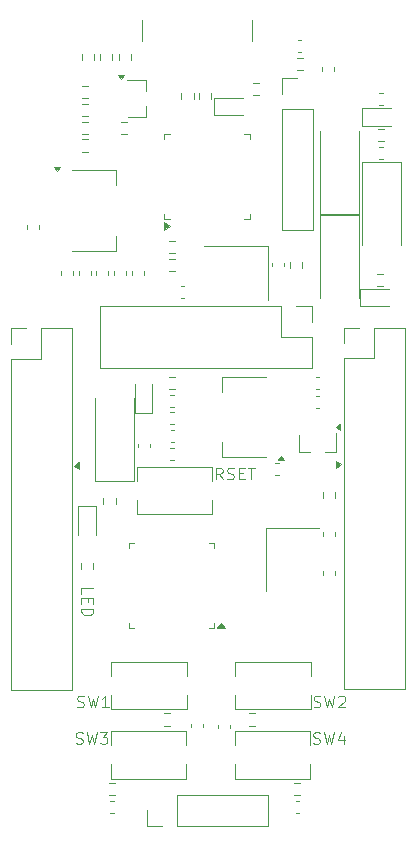
<source format=gbr>
%TF.GenerationSoftware,KiCad,Pcbnew,8.0.3*%
%TF.CreationDate,2024-07-17T15:49:10+08:00*%
%TF.ProjectId,STM32G431C8T6,53544d33-3247-4343-9331-433854362e6b,rev?*%
%TF.SameCoordinates,PXb5c5340PY81b3200*%
%TF.FileFunction,Legend,Top*%
%TF.FilePolarity,Positive*%
%FSLAX45Y45*%
G04 Gerber Fmt 4.5, Leading zero omitted, Abs format (unit mm)*
G04 Created by KiCad (PCBNEW 8.0.3) date 2024-07-17 15:49:10*
%MOMM*%
%LPD*%
G01*
G04 APERTURE LIST*
%ADD10C,0.100000*%
%ADD11C,0.120000*%
G04 APERTURE END LIST*
D10*
X692758Y2561993D02*
X692758Y2609612D01*
X692758Y2609612D02*
X792758Y2609612D01*
X745139Y2528659D02*
X745139Y2495326D01*
X692758Y2481040D02*
X692758Y2528659D01*
X692758Y2528659D02*
X792758Y2528659D01*
X792758Y2528659D02*
X792758Y2481040D01*
X692758Y2438183D02*
X792758Y2438183D01*
X792758Y2438183D02*
X792758Y2414374D01*
X792758Y2414374D02*
X787996Y2400088D01*
X787996Y2400088D02*
X778472Y2390564D01*
X778472Y2390564D02*
X768948Y2385802D01*
X768948Y2385802D02*
X749901Y2381040D01*
X749901Y2381040D02*
X735615Y2381040D01*
X735615Y2381040D02*
X716568Y2385802D01*
X716568Y2385802D02*
X707044Y2390564D01*
X707044Y2390564D02*
X697520Y2400088D01*
X697520Y2400088D02*
X692758Y2414374D01*
X692758Y2414374D02*
X692758Y2438183D01*
X1887531Y3532758D02*
X1854198Y3580377D01*
X1830388Y3532758D02*
X1830388Y3632758D01*
X1830388Y3632758D02*
X1868484Y3632758D01*
X1868484Y3632758D02*
X1878007Y3627996D01*
X1878007Y3627996D02*
X1882769Y3623234D01*
X1882769Y3623234D02*
X1887531Y3613710D01*
X1887531Y3613710D02*
X1887531Y3599425D01*
X1887531Y3599425D02*
X1882769Y3589901D01*
X1882769Y3589901D02*
X1878007Y3585139D01*
X1878007Y3585139D02*
X1868484Y3580377D01*
X1868484Y3580377D02*
X1830388Y3580377D01*
X1925626Y3537520D02*
X1939912Y3532758D01*
X1939912Y3532758D02*
X1963722Y3532758D01*
X1963722Y3532758D02*
X1973245Y3537520D01*
X1973245Y3537520D02*
X1978007Y3542282D01*
X1978007Y3542282D02*
X1982769Y3551806D01*
X1982769Y3551806D02*
X1982769Y3561330D01*
X1982769Y3561330D02*
X1978007Y3570853D01*
X1978007Y3570853D02*
X1973245Y3575615D01*
X1973245Y3575615D02*
X1963722Y3580377D01*
X1963722Y3580377D02*
X1944674Y3585139D01*
X1944674Y3585139D02*
X1935150Y3589901D01*
X1935150Y3589901D02*
X1930388Y3594663D01*
X1930388Y3594663D02*
X1925626Y3604187D01*
X1925626Y3604187D02*
X1925626Y3613710D01*
X1925626Y3613710D02*
X1930388Y3623234D01*
X1930388Y3623234D02*
X1935150Y3627996D01*
X1935150Y3627996D02*
X1944674Y3632758D01*
X1944674Y3632758D02*
X1968484Y3632758D01*
X1968484Y3632758D02*
X1982769Y3627996D01*
X2025626Y3585139D02*
X2058960Y3585139D01*
X2073245Y3532758D02*
X2025626Y3532758D01*
X2025626Y3532758D02*
X2025626Y3632758D01*
X2025626Y3632758D02*
X2073245Y3632758D01*
X2101817Y3632758D02*
X2158960Y3632758D01*
X2130388Y3532758D02*
X2130388Y3632758D01*
X2655627Y1297520D02*
X2669912Y1292758D01*
X2669912Y1292758D02*
X2693722Y1292758D01*
X2693722Y1292758D02*
X2703246Y1297520D01*
X2703246Y1297520D02*
X2708007Y1302282D01*
X2708007Y1302282D02*
X2712769Y1311806D01*
X2712769Y1311806D02*
X2712769Y1321330D01*
X2712769Y1321330D02*
X2708007Y1330853D01*
X2708007Y1330853D02*
X2703246Y1335615D01*
X2703246Y1335615D02*
X2693722Y1340377D01*
X2693722Y1340377D02*
X2674674Y1345139D01*
X2674674Y1345139D02*
X2665150Y1349901D01*
X2665150Y1349901D02*
X2660388Y1354663D01*
X2660388Y1354663D02*
X2655627Y1364187D01*
X2655627Y1364187D02*
X2655627Y1373711D01*
X2655627Y1373711D02*
X2660388Y1383234D01*
X2660388Y1383234D02*
X2665150Y1387996D01*
X2665150Y1387996D02*
X2674674Y1392758D01*
X2674674Y1392758D02*
X2698484Y1392758D01*
X2698484Y1392758D02*
X2712769Y1387996D01*
X2746103Y1392758D02*
X2769912Y1292758D01*
X2769912Y1292758D02*
X2788960Y1364187D01*
X2788960Y1364187D02*
X2808007Y1292758D01*
X2808007Y1292758D02*
X2831817Y1392758D01*
X2912769Y1359425D02*
X2912769Y1292758D01*
X2888960Y1397520D02*
X2865150Y1326092D01*
X2865150Y1326092D02*
X2927055Y1326092D01*
X645627Y1297520D02*
X659912Y1292758D01*
X659912Y1292758D02*
X683722Y1292758D01*
X683722Y1292758D02*
X693246Y1297520D01*
X693246Y1297520D02*
X698007Y1302282D01*
X698007Y1302282D02*
X702769Y1311806D01*
X702769Y1311806D02*
X702769Y1321330D01*
X702769Y1321330D02*
X698007Y1330853D01*
X698007Y1330853D02*
X693246Y1335615D01*
X693246Y1335615D02*
X683722Y1340377D01*
X683722Y1340377D02*
X664674Y1345139D01*
X664674Y1345139D02*
X655150Y1349901D01*
X655150Y1349901D02*
X650388Y1354663D01*
X650388Y1354663D02*
X645627Y1364187D01*
X645627Y1364187D02*
X645627Y1373711D01*
X645627Y1373711D02*
X650388Y1383234D01*
X650388Y1383234D02*
X655150Y1387996D01*
X655150Y1387996D02*
X664674Y1392758D01*
X664674Y1392758D02*
X688484Y1392758D01*
X688484Y1392758D02*
X702769Y1387996D01*
X736103Y1392758D02*
X759912Y1292758D01*
X759912Y1292758D02*
X778960Y1364187D01*
X778960Y1364187D02*
X798007Y1292758D01*
X798007Y1292758D02*
X821817Y1392758D01*
X850388Y1392758D02*
X912293Y1392758D01*
X912293Y1392758D02*
X878960Y1354663D01*
X878960Y1354663D02*
X893245Y1354663D01*
X893245Y1354663D02*
X902769Y1349901D01*
X902769Y1349901D02*
X907531Y1345139D01*
X907531Y1345139D02*
X912293Y1335615D01*
X912293Y1335615D02*
X912293Y1311806D01*
X912293Y1311806D02*
X907531Y1302282D01*
X907531Y1302282D02*
X902769Y1297520D01*
X902769Y1297520D02*
X893245Y1292758D01*
X893245Y1292758D02*
X864674Y1292758D01*
X864674Y1292758D02*
X855150Y1297520D01*
X855150Y1297520D02*
X850388Y1302282D01*
X2658127Y1607520D02*
X2672412Y1602758D01*
X2672412Y1602758D02*
X2696222Y1602758D01*
X2696222Y1602758D02*
X2705746Y1607520D01*
X2705746Y1607520D02*
X2710507Y1612282D01*
X2710507Y1612282D02*
X2715269Y1621806D01*
X2715269Y1621806D02*
X2715269Y1631330D01*
X2715269Y1631330D02*
X2710507Y1640853D01*
X2710507Y1640853D02*
X2705746Y1645615D01*
X2705746Y1645615D02*
X2696222Y1650377D01*
X2696222Y1650377D02*
X2677174Y1655139D01*
X2677174Y1655139D02*
X2667650Y1659901D01*
X2667650Y1659901D02*
X2662888Y1664663D01*
X2662888Y1664663D02*
X2658127Y1674187D01*
X2658127Y1674187D02*
X2658127Y1683710D01*
X2658127Y1683710D02*
X2662888Y1693234D01*
X2662888Y1693234D02*
X2667650Y1697996D01*
X2667650Y1697996D02*
X2677174Y1702758D01*
X2677174Y1702758D02*
X2700984Y1702758D01*
X2700984Y1702758D02*
X2715269Y1697996D01*
X2748603Y1702758D02*
X2772412Y1602758D01*
X2772412Y1602758D02*
X2791460Y1674187D01*
X2791460Y1674187D02*
X2810507Y1602758D01*
X2810507Y1602758D02*
X2834317Y1702758D01*
X2867650Y1693234D02*
X2872412Y1697996D01*
X2872412Y1697996D02*
X2881936Y1702758D01*
X2881936Y1702758D02*
X2905745Y1702758D01*
X2905745Y1702758D02*
X2915269Y1697996D01*
X2915269Y1697996D02*
X2920031Y1693234D01*
X2920031Y1693234D02*
X2924793Y1683710D01*
X2924793Y1683710D02*
X2924793Y1674187D01*
X2924793Y1674187D02*
X2920031Y1659901D01*
X2920031Y1659901D02*
X2862888Y1602758D01*
X2862888Y1602758D02*
X2924793Y1602758D01*
X655627Y1607520D02*
X669912Y1602758D01*
X669912Y1602758D02*
X693722Y1602758D01*
X693722Y1602758D02*
X703245Y1607520D01*
X703245Y1607520D02*
X708007Y1612282D01*
X708007Y1612282D02*
X712769Y1621806D01*
X712769Y1621806D02*
X712769Y1631330D01*
X712769Y1631330D02*
X708007Y1640853D01*
X708007Y1640853D02*
X703245Y1645615D01*
X703245Y1645615D02*
X693722Y1650377D01*
X693722Y1650377D02*
X674674Y1655139D01*
X674674Y1655139D02*
X665150Y1659901D01*
X665150Y1659901D02*
X660388Y1664663D01*
X660388Y1664663D02*
X655627Y1674187D01*
X655627Y1674187D02*
X655627Y1683710D01*
X655627Y1683710D02*
X660388Y1693234D01*
X660388Y1693234D02*
X665150Y1697996D01*
X665150Y1697996D02*
X674674Y1702758D01*
X674674Y1702758D02*
X698484Y1702758D01*
X698484Y1702758D02*
X712769Y1697996D01*
X746103Y1702758D02*
X769912Y1602758D01*
X769912Y1602758D02*
X788960Y1674187D01*
X788960Y1674187D02*
X808007Y1602758D01*
X808007Y1602758D02*
X831817Y1702758D01*
X922293Y1602758D02*
X865150Y1602758D01*
X893722Y1602758D02*
X893722Y1702758D01*
X893722Y1702758D02*
X884198Y1688472D01*
X884198Y1688472D02*
X874674Y1678949D01*
X874674Y1678949D02*
X865150Y1674187D01*
X2890000Y3660000D02*
X2850000Y3630000D01*
X2850000Y3690000D01*
X2890000Y3660000D01*
G36*
X2890000Y3660000D02*
G01*
X2850000Y3630000D01*
X2850000Y3690000D01*
X2890000Y3660000D01*
G37*
X670000Y3620000D02*
X630000Y3650000D01*
X670000Y3680000D01*
X670000Y3620000D01*
G36*
X670000Y3620000D02*
G01*
X630000Y3650000D01*
X670000Y3680000D01*
X670000Y3620000D01*
G37*
D11*
%TO.C,Y2*%
X2255000Y3123750D02*
X2255000Y2583750D01*
X2705000Y3123750D02*
X2255000Y3123750D01*
%TO.C,R15*%
X3245472Y5272250D02*
X3194528Y5272250D01*
X3245472Y5167750D02*
X3194528Y5167750D01*
%TO.C,D11*%
X805000Y3519000D02*
X805000Y4220000D01*
X805000Y3519000D02*
X1135000Y3519000D01*
X1135000Y3519000D02*
X1135000Y4220000D01*
%TO.C,C20*%
X935373Y811000D02*
X964627Y811000D01*
X935373Y709000D02*
X964627Y709000D01*
%TO.C,SW1*%
X1160000Y3640000D02*
X1160000Y3520000D01*
X1160000Y3360000D02*
X1160000Y3240000D01*
X1160000Y3240000D02*
X1800000Y3240000D01*
X1800000Y3640000D02*
X1160000Y3640000D01*
X1800000Y3520000D02*
X1800000Y3640000D01*
X1800000Y3240000D02*
X1800000Y3360000D01*
%TO.C,J1*%
X1203000Y7418000D02*
X1203000Y7248000D01*
X2137000Y7418000D02*
X2137000Y7248000D01*
%TO.C,C23*%
X2739000Y3054123D02*
X2739000Y3083377D01*
X2841000Y3054123D02*
X2841000Y3083377D01*
%TO.C,C16*%
X2364627Y3671000D02*
X2335373Y3671000D01*
X2364627Y3569000D02*
X2335373Y3569000D01*
%TO.C,D2*%
X2715000Y5771000D02*
X2715000Y5070000D01*
X3045000Y5771000D02*
X2715000Y5771000D01*
X3045000Y5771000D02*
X3045000Y5070000D01*
%TO.C,C24*%
X2704627Y4401000D02*
X2675373Y4401000D01*
X2704627Y4299000D02*
X2675373Y4299000D01*
%TO.C,R14*%
X3254222Y6502250D02*
X3203278Y6502250D01*
X3254222Y6397750D02*
X3203278Y6397750D01*
%TO.C,R3*%
X847750Y7135472D02*
X847750Y7084528D01*
X952250Y7135472D02*
X952250Y7084528D01*
%TO.C,J8*%
X1245000Y597000D02*
X1245000Y730000D01*
X1378000Y597000D02*
X1245000Y597000D01*
X1505000Y863000D02*
X2273000Y863000D01*
X1505000Y597000D02*
X1505000Y863000D01*
X1505000Y597000D02*
X2273000Y597000D01*
X2273000Y597000D02*
X2273000Y863000D01*
%TO.C,R11*%
X1434528Y5402250D02*
X1485472Y5402250D01*
X1434528Y5297750D02*
X1485472Y5297750D01*
%TO.C,U3*%
X1879000Y4401000D02*
X1879000Y4275000D01*
X1879000Y3719000D02*
X1879000Y3845000D01*
X2255000Y4401000D02*
X1879000Y4401000D01*
X2255000Y3719000D02*
X1879000Y3719000D01*
X2407000Y3696000D02*
X2359000Y3696000D01*
X2383000Y3729000D01*
X2407000Y3696000D01*
G36*
X2407000Y3696000D02*
G01*
X2359000Y3696000D01*
X2383000Y3729000D01*
X2407000Y3696000D01*
G37*
%TO.C,U4*%
X1094000Y2996000D02*
X1094000Y2951000D01*
X1094000Y2274000D02*
X1094000Y2319000D01*
X1139000Y2996000D02*
X1094000Y2996000D01*
X1139000Y2274000D02*
X1094000Y2274000D01*
X1771000Y2996000D02*
X1816000Y2996000D01*
X1771000Y2274000D02*
X1816000Y2274000D01*
X1816000Y2996000D02*
X1816000Y2951000D01*
X1816000Y2274000D02*
X1816000Y2319000D01*
X1909000Y2272000D02*
X1841000Y2272000D01*
X1875000Y2319000D01*
X1909000Y2272000D01*
G36*
X1909000Y2272000D02*
G01*
X1841000Y2272000D01*
X1875000Y2319000D01*
X1909000Y2272000D01*
G37*
%TO.C,C11*%
X1474627Y4101000D02*
X1445373Y4101000D01*
X1474627Y3999000D02*
X1445373Y3999000D01*
%TO.C,R7*%
X697750Y7135472D02*
X697750Y7084528D01*
X802250Y7135472D02*
X802250Y7084528D01*
%TO.C,R23*%
X2114528Y1552250D02*
X2165472Y1552250D01*
X2114528Y1447750D02*
X2165472Y1447750D01*
%TO.C,D10*%
X666500Y3304750D02*
X666500Y3058750D01*
X813500Y3304750D02*
X666500Y3304750D01*
X813500Y3058750D02*
X813500Y3304750D01*
%TO.C,R27*%
X2737750Y3374528D02*
X2737750Y3425472D01*
X2842250Y3374528D02*
X2842250Y3425472D01*
%TO.C,D6*%
X3054000Y5143500D02*
X3054000Y4996500D01*
X3054000Y4996500D02*
X3300000Y4996500D01*
X3300000Y5143500D02*
X3054000Y5143500D01*
%TO.C,R18*%
X693278Y6562250D02*
X744222Y6562250D01*
X693278Y6457750D02*
X744222Y6457750D01*
%TO.C,C10*%
X1474627Y4251000D02*
X1445373Y4251000D01*
X1474627Y4149000D02*
X1445373Y4149000D01*
%TO.C,C12*%
X2525373Y7251000D02*
X2554627Y7251000D01*
X2525373Y7149000D02*
X2554627Y7149000D01*
%TO.C,Y1*%
X2270000Y5505000D02*
X1730000Y5505000D01*
X2270000Y5055000D02*
X2270000Y5505000D01*
%TO.C,SW3*%
X1992500Y1990000D02*
X1992500Y1870000D01*
X1992500Y1710000D02*
X1992500Y1590000D01*
X1992500Y1590000D02*
X2632500Y1590000D01*
X2632500Y1990000D02*
X1992500Y1990000D01*
X2632500Y1870000D02*
X2632500Y1990000D01*
X2632500Y1590000D02*
X2632500Y1710000D01*
%TO.C,R17*%
X1434528Y4402250D02*
X1485472Y4402250D01*
X1434528Y4297750D02*
X1485472Y4297750D01*
%TO.C,C6*%
X1478377Y3951000D02*
X1449123Y3951000D01*
X1478377Y3849000D02*
X1449123Y3849000D01*
%TO.C,R25*%
X2494528Y962250D02*
X2545472Y962250D01*
X2494528Y857750D02*
X2545472Y857750D01*
%TO.C,U2*%
X612500Y6151000D02*
X988500Y6151000D01*
X612500Y5469000D02*
X988500Y5469000D01*
X988500Y6151000D02*
X988500Y6025000D01*
X988500Y5469000D02*
X988500Y5595000D01*
X484500Y6141000D02*
X460500Y6174000D01*
X508500Y6174000D01*
X484500Y6141000D01*
G36*
X484500Y6141000D02*
G01*
X460500Y6174000D01*
X508500Y6174000D01*
X484500Y6141000D01*
G37*
%TO.C,C19*%
X1849000Y1425373D02*
X1849000Y1454627D01*
X1951000Y1425373D02*
X1951000Y1454627D01*
%TO.C,D5*%
X3064000Y6673500D02*
X3064000Y6526500D01*
X3064000Y6526500D02*
X3310000Y6526500D01*
X3310000Y6673500D02*
X3064000Y6673500D01*
%TO.C,Q1*%
X1156000Y6918000D02*
X1076000Y6918000D01*
X1156000Y6918000D02*
X1236000Y6918000D01*
X1236000Y6918000D02*
X1236000Y6825000D01*
X1236000Y6602000D02*
X1090000Y6602000D01*
X1236000Y6602000D02*
X1236000Y6695000D01*
X1026000Y6921000D02*
X1002000Y6954000D01*
X1050000Y6954000D01*
X1026000Y6921000D01*
G36*
X1026000Y6921000D02*
G01*
X1002000Y6954000D01*
X1050000Y6954000D01*
X1026000Y6921000D01*
G37*
%TO.C,R9*%
X2144528Y6892250D02*
X2195472Y6892250D01*
X2144528Y6787750D02*
X2195472Y6787750D01*
%TO.C,D8*%
X1146500Y4340000D02*
X1146500Y4094000D01*
X1146500Y4094000D02*
X1293500Y4094000D01*
X1293500Y4094000D02*
X1293500Y4340000D01*
%TO.C,R6*%
X1024528Y6562250D02*
X1075472Y6562250D01*
X1024528Y6457750D02*
X1075472Y6457750D01*
%TO.C,SW4*%
X940000Y1400000D02*
X940000Y1280000D01*
X940000Y1120000D02*
X940000Y1000000D01*
X940000Y1000000D02*
X1580000Y1000000D01*
X1580000Y1400000D02*
X940000Y1400000D01*
X1580000Y1280000D02*
X1580000Y1400000D01*
X1580000Y1000000D02*
X1580000Y1120000D01*
%TO.C,C2*%
X2309000Y5335373D02*
X2309000Y5364627D01*
X2411000Y5335373D02*
X2411000Y5364627D01*
%TO.C,R2*%
X1537750Y6806722D02*
X1537750Y6755778D01*
X1642250Y6806722D02*
X1642250Y6755778D01*
%TO.C,R19*%
X2457750Y5324528D02*
X2457750Y5375472D01*
X2562250Y5324528D02*
X2562250Y5375472D01*
%TO.C,R24*%
X975472Y962250D02*
X924528Y962250D01*
X975472Y857750D02*
X924528Y857750D01*
%TO.C,J10*%
X2913000Y4817000D02*
X3046000Y4817000D01*
X2913000Y4684000D02*
X2913000Y4817000D01*
X2913000Y4557000D02*
X2913000Y1757000D01*
X2913000Y4557000D02*
X3173000Y4557000D01*
X2913000Y1757000D02*
X3433000Y1757000D01*
X3173000Y4817000D02*
X3433000Y4817000D01*
X3173000Y4557000D02*
X3173000Y4817000D01*
X3433000Y4817000D02*
X3433000Y1757000D01*
%TO.C,C14*%
X229000Y5684627D02*
X229000Y5655373D01*
X331000Y5684627D02*
X331000Y5655373D01*
%TO.C,C1*%
X1535373Y5171000D02*
X1564627Y5171000D01*
X1535373Y5069000D02*
X1564627Y5069000D01*
%TO.C,C3*%
X3215373Y6801000D02*
X3244627Y6801000D01*
X3215373Y6699000D02*
X3244627Y6699000D01*
%TO.C,U5*%
X2532000Y3764000D02*
X2532000Y3910000D01*
X2532000Y3764000D02*
X2625000Y3764000D01*
X2848000Y3844000D02*
X2848000Y3924000D01*
X2848000Y3844000D02*
X2848000Y3764000D01*
X2848000Y3764000D02*
X2755000Y3764000D01*
X2884000Y3950000D02*
X2851000Y3974000D01*
X2884000Y3998000D01*
X2884000Y3950000D01*
G36*
X2884000Y3950000D02*
G01*
X2851000Y3974000D01*
X2884000Y3998000D01*
X2884000Y3950000D01*
G37*
%TO.C,D1*%
X1816500Y6763500D02*
X1816500Y6616500D01*
X1816500Y6616500D02*
X2062500Y6616500D01*
X2062500Y6763500D02*
X1816500Y6763500D01*
%TO.C,C9*%
X1119000Y5294627D02*
X1119000Y5265373D01*
X1221000Y5294627D02*
X1221000Y5265373D01*
%TO.C,U1*%
X1394000Y6457250D02*
X1439000Y6457250D01*
X1394000Y6412250D02*
X1394000Y6457250D01*
X1394000Y5780250D02*
X1394000Y5735250D01*
X1394000Y5735250D02*
X1439000Y5735250D01*
X2116000Y6457250D02*
X2071000Y6457250D01*
X2116000Y6412250D02*
X2116000Y6457250D01*
X2116000Y5780250D02*
X2116000Y5735250D01*
X2116000Y5735250D02*
X2071000Y5735250D01*
X1439000Y5676250D02*
X1392000Y5642250D01*
X1392000Y5710250D01*
X1439000Y5676250D01*
G36*
X1439000Y5676250D02*
G01*
X1392000Y5642250D01*
X1392000Y5710250D01*
X1439000Y5676250D01*
G37*
%TO.C,D9*%
X3065000Y6221000D02*
X3065000Y5520000D01*
X3395000Y6221000D02*
X3065000Y6221000D01*
X3395000Y6221000D02*
X3395000Y5520000D01*
%TO.C,R4*%
X744222Y6862250D02*
X693278Y6862250D01*
X744222Y6757750D02*
X693278Y6757750D01*
%TO.C,R8*%
X1007750Y7135472D02*
X1007750Y7084528D01*
X1112250Y7135472D02*
X1112250Y7084528D01*
%TO.C,C8*%
X669000Y5294627D02*
X669000Y5265373D01*
X771000Y5294627D02*
X771000Y5265373D01*
%TO.C,D3*%
X2715000Y5779000D02*
X2715000Y6480000D01*
X2715000Y5779000D02*
X3045000Y5779000D01*
X3045000Y5779000D02*
X3045000Y6480000D01*
%TO.C,R5*%
X694528Y6712250D02*
X745472Y6712250D01*
X694528Y6607750D02*
X745472Y6607750D01*
%TO.C,R1*%
X1687750Y6806722D02*
X1687750Y6755778D01*
X1792250Y6806722D02*
X1792250Y6755778D01*
%TO.C,C15*%
X2675373Y4241000D02*
X2704627Y4241000D01*
X2675373Y4139000D02*
X2704627Y4139000D01*
%TO.C,C7*%
X1474627Y3801000D02*
X1445373Y3801000D01*
X1474627Y3699000D02*
X1445373Y3699000D01*
%TO.C,C17*%
X519000Y5294627D02*
X519000Y5265373D01*
X621000Y5294627D02*
X621000Y5265373D01*
%TO.C,C5*%
X819000Y5294627D02*
X819000Y5265373D01*
X921000Y5294627D02*
X921000Y5265373D01*
%TO.C,J2*%
X853000Y4997000D02*
X853000Y4477000D01*
X2383000Y4997000D02*
X853000Y4997000D01*
X2383000Y4997000D02*
X2383000Y4737000D01*
X2383000Y4737000D02*
X2643000Y4737000D01*
X2510000Y4997000D02*
X2643000Y4997000D01*
X2643000Y4997000D02*
X2643000Y4864000D01*
X2643000Y4737000D02*
X2643000Y4477000D01*
X2643000Y4477000D02*
X853000Y4477000D01*
%TO.C,R21*%
X694528Y6412250D02*
X745472Y6412250D01*
X694528Y6307750D02*
X745472Y6307750D01*
%TO.C,SW5*%
X1990000Y1400000D02*
X1990000Y1280000D01*
X1990000Y1120000D02*
X1990000Y1000000D01*
X1990000Y1000000D02*
X2630000Y1000000D01*
X2630000Y1400000D02*
X1990000Y1400000D01*
X2630000Y1280000D02*
X2630000Y1400000D01*
X2630000Y1000000D02*
X2630000Y1120000D01*
%TO.C,J3*%
X2387000Y6929000D02*
X2520000Y6929000D01*
X2387000Y6796000D02*
X2387000Y6929000D01*
X2387000Y6669000D02*
X2387000Y5647000D01*
X2387000Y6669000D02*
X2653000Y6669000D01*
X2387000Y5647000D02*
X2653000Y5647000D01*
X2653000Y6669000D02*
X2653000Y5647000D01*
%TO.C,R26*%
X687750Y2824222D02*
X687750Y2773278D01*
X792250Y2824222D02*
X792250Y2773278D01*
%TO.C,SW2*%
X942500Y1990000D02*
X942500Y1870000D01*
X942500Y1710000D02*
X942500Y1590000D01*
X942500Y1590000D02*
X1582500Y1590000D01*
X1582500Y1990000D02*
X942500Y1990000D01*
X1582500Y1870000D02*
X1582500Y1990000D01*
X1582500Y1590000D02*
X1582500Y1710000D01*
%TO.C,R22*%
X1445472Y1552250D02*
X1394528Y1552250D01*
X1445472Y1447750D02*
X1394528Y1447750D01*
%TO.C,R20*%
X877750Y3375472D02*
X877750Y3324528D01*
X982250Y3375472D02*
X982250Y3324528D01*
%TO.C,FB1*%
X3212873Y6351000D02*
X3247127Y6351000D01*
X3212873Y6249000D02*
X3247127Y6249000D01*
%TO.C,C21*%
X2534627Y811000D02*
X2505373Y811000D01*
X2534627Y709000D02*
X2505373Y709000D01*
%TO.C,C22*%
X2739000Y2753377D02*
X2739000Y2724123D01*
X2841000Y2753377D02*
X2841000Y2724123D01*
%TO.C,C4*%
X969000Y5294627D02*
X969000Y5265373D01*
X1071000Y5294627D02*
X1071000Y5265373D01*
%TO.C,C18*%
X1619000Y1435373D02*
X1619000Y1464627D01*
X1721000Y1435373D02*
X1721000Y1464627D01*
%TO.C,J9*%
X93000Y4813000D02*
X226000Y4813000D01*
X93000Y4680000D02*
X93000Y4813000D01*
X93000Y4553000D02*
X93000Y1753000D01*
X93000Y4553000D02*
X353000Y4553000D01*
X93000Y1753000D02*
X613000Y1753000D01*
X353000Y4813000D02*
X613000Y4813000D01*
X353000Y4553000D02*
X353000Y4813000D01*
X613000Y4813000D02*
X613000Y1753000D01*
%TO.C,C13*%
X1169000Y3834627D02*
X1169000Y3805373D01*
X1271000Y3834627D02*
X1271000Y3805373D01*
%TO.C,R12*%
X2565472Y7102250D02*
X2514528Y7102250D01*
X2565472Y6997750D02*
X2514528Y6997750D01*
%TO.C,FB2*%
X2729000Y6992873D02*
X2729000Y7027127D01*
X2831000Y6992873D02*
X2831000Y7027127D01*
%TO.C,R10*%
X1485472Y5552250D02*
X1434528Y5552250D01*
X1485472Y5447750D02*
X1434528Y5447750D01*
%TD*%
M02*

</source>
